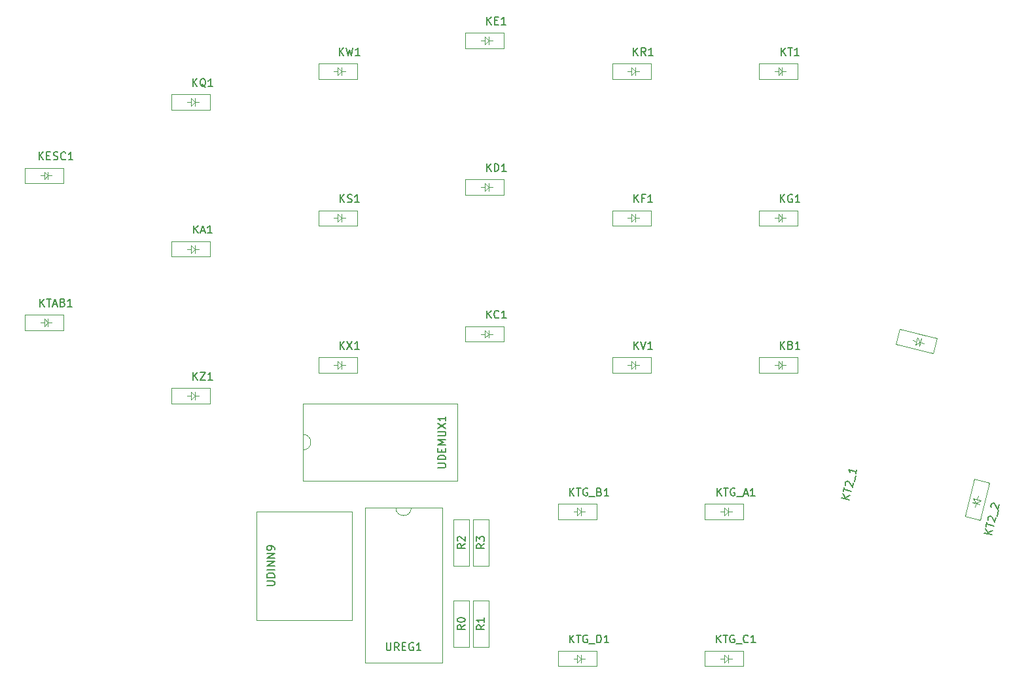
<source format=gbr>
%TF.GenerationSoftware,KiCad,Pcbnew,(5.1.10)-1*%
%TF.CreationDate,2021-08-19T22:28:45-05:00*%
%TF.ProjectId,LeftHand,4c656674-4861-46e6-942e-6b696361645f,rev?*%
%TF.SameCoordinates,Original*%
%TF.FileFunction,Legend,Top*%
%TF.FilePolarity,Positive*%
%FSLAX46Y46*%
G04 Gerber Fmt 4.6, Leading zero omitted, Abs format (unit mm)*
G04 Created by KiCad (PCBNEW (5.1.10)-1) date 2021-08-19 22:28:45*
%MOMM*%
%LPD*%
G01*
G04 APERTURE LIST*
%ADD10C,0.120000*%
%ADD11C,0.150000*%
G04 APERTURE END LIST*
D10*
%TO.C,KX1*%
X63000000Y-70500000D02*
X58000000Y-70500000D01*
X63000000Y-72500000D02*
X63000000Y-70500000D01*
X58000000Y-72500000D02*
X63000000Y-72500000D01*
X58000000Y-70500000D02*
X58000000Y-72500000D01*
X61000000Y-71000000D02*
X61000000Y-72000000D01*
X61000000Y-72000000D02*
X61000000Y-71500000D01*
X61000000Y-71500000D02*
X60500000Y-71000000D01*
X60500000Y-71000000D02*
X60500000Y-72000000D01*
X60500000Y-72000000D02*
X61000000Y-71500000D01*
X61000000Y-71500000D02*
X61500000Y-71500000D01*
X60500000Y-71500000D02*
X60000000Y-71500000D01*
%TO.C,KT2_2*%
X141633924Y-91098569D02*
X143576193Y-91575636D01*
X142826592Y-86242897D02*
X141633924Y-91098569D01*
X144768860Y-86719964D02*
X142826592Y-86242897D01*
X143576193Y-91575636D02*
X144768860Y-86719964D01*
X143567693Y-89514100D02*
X142596558Y-89275567D01*
X142596558Y-89275567D02*
X143082126Y-89394834D01*
X143082126Y-89394834D02*
X143686959Y-89028533D01*
X143686959Y-89028533D02*
X142715825Y-88790000D01*
X142715825Y-88790000D02*
X143082126Y-89394834D01*
X143082126Y-89394834D02*
X142962859Y-89880401D01*
X143201392Y-88909267D02*
X143320659Y-88423699D01*
%TO.C,KT2_1*%
X138022737Y-68072516D02*
X137545670Y-70014785D01*
X137545670Y-70014785D02*
X132689998Y-68822118D01*
X132689998Y-68822118D02*
X133167065Y-66879849D01*
X133167065Y-66879849D02*
X138022737Y-68072516D01*
X135594901Y-67476183D02*
X136566035Y-67714716D01*
X135961201Y-68081017D02*
X135722668Y-69052151D01*
X135722668Y-69052151D02*
X135841934Y-68566584D01*
X135841934Y-68566584D02*
X135475634Y-67961750D01*
X135475634Y-67961750D02*
X135237101Y-68932884D01*
X135237101Y-68932884D02*
X135841934Y-68566584D01*
X136327502Y-68685851D02*
X135841934Y-68566584D01*
X135356367Y-68447317D02*
X134870800Y-68328050D01*
%TO.C,KA1*%
X44000000Y-55500000D02*
X39000000Y-55500000D01*
X44000000Y-57500000D02*
X44000000Y-55500000D01*
X39000000Y-57500000D02*
X44000000Y-57500000D01*
X39000000Y-55500000D02*
X39000000Y-57500000D01*
X42000000Y-56000000D02*
X42000000Y-57000000D01*
X42000000Y-57000000D02*
X42000000Y-56500000D01*
X42000000Y-56500000D02*
X41500000Y-56000000D01*
X41500000Y-56000000D02*
X41500000Y-57000000D01*
X41500000Y-57000000D02*
X42000000Y-56500000D01*
X42000000Y-56500000D02*
X42500000Y-56500000D01*
X41500000Y-56500000D02*
X41000000Y-56500000D01*
%TO.C,KB1*%
X120000000Y-70500000D02*
X115000000Y-70500000D01*
X120000000Y-72500000D02*
X120000000Y-70500000D01*
X115000000Y-72500000D02*
X120000000Y-72500000D01*
X115000000Y-70500000D02*
X115000000Y-72500000D01*
X118000000Y-71000000D02*
X118000000Y-72000000D01*
X118000000Y-72000000D02*
X118000000Y-71500000D01*
X118000000Y-71500000D02*
X117500000Y-71000000D01*
X117500000Y-71000000D02*
X117500000Y-72000000D01*
X117500000Y-72000000D02*
X118000000Y-71500000D01*
X118000000Y-71500000D02*
X118500000Y-71500000D01*
X117500000Y-71500000D02*
X117000000Y-71500000D01*
%TO.C,KC1*%
X82000000Y-66500000D02*
X77000000Y-66500000D01*
X82000000Y-68500000D02*
X82000000Y-66500000D01*
X77000000Y-68500000D02*
X82000000Y-68500000D01*
X77000000Y-66500000D02*
X77000000Y-68500000D01*
X80000000Y-67000000D02*
X80000000Y-68000000D01*
X80000000Y-68000000D02*
X80000000Y-67500000D01*
X80000000Y-67500000D02*
X79500000Y-67000000D01*
X79500000Y-67000000D02*
X79500000Y-68000000D01*
X79500000Y-68000000D02*
X80000000Y-67500000D01*
X80000000Y-67500000D02*
X80500000Y-67500000D01*
X79500000Y-67500000D02*
X79000000Y-67500000D01*
%TO.C,KD1*%
X82000000Y-47500000D02*
X77000000Y-47500000D01*
X82000000Y-49500000D02*
X82000000Y-47500000D01*
X77000000Y-49500000D02*
X82000000Y-49500000D01*
X77000000Y-47500000D02*
X77000000Y-49500000D01*
X80000000Y-48000000D02*
X80000000Y-49000000D01*
X80000000Y-49000000D02*
X80000000Y-48500000D01*
X80000000Y-48500000D02*
X79500000Y-48000000D01*
X79500000Y-48000000D02*
X79500000Y-49000000D01*
X79500000Y-49000000D02*
X80000000Y-48500000D01*
X80000000Y-48500000D02*
X80500000Y-48500000D01*
X79500000Y-48500000D02*
X79000000Y-48500000D01*
%TO.C,KE1*%
X82000000Y-28500000D02*
X77000000Y-28500000D01*
X82000000Y-30500000D02*
X82000000Y-28500000D01*
X77000000Y-30500000D02*
X82000000Y-30500000D01*
X77000000Y-28500000D02*
X77000000Y-30500000D01*
X80000000Y-29000000D02*
X80000000Y-30000000D01*
X80000000Y-30000000D02*
X80000000Y-29500000D01*
X80000000Y-29500000D02*
X79500000Y-29000000D01*
X79500000Y-29000000D02*
X79500000Y-30000000D01*
X79500000Y-30000000D02*
X80000000Y-29500000D01*
X80000000Y-29500000D02*
X80500000Y-29500000D01*
X79500000Y-29500000D02*
X79000000Y-29500000D01*
%TO.C,KESC1*%
X25000000Y-46000000D02*
X20000000Y-46000000D01*
X25000000Y-48000000D02*
X25000000Y-46000000D01*
X20000000Y-48000000D02*
X25000000Y-48000000D01*
X20000000Y-46000000D02*
X20000000Y-48000000D01*
X23000000Y-46500000D02*
X23000000Y-47500000D01*
X23000000Y-47500000D02*
X23000000Y-47000000D01*
X23000000Y-47000000D02*
X22500000Y-46500000D01*
X22500000Y-46500000D02*
X22500000Y-47500000D01*
X22500000Y-47500000D02*
X23000000Y-47000000D01*
X23000000Y-47000000D02*
X23500000Y-47000000D01*
X22500000Y-47000000D02*
X22000000Y-47000000D01*
%TO.C,KF1*%
X101000000Y-51500000D02*
X96000000Y-51500000D01*
X101000000Y-53500000D02*
X101000000Y-51500000D01*
X96000000Y-53500000D02*
X101000000Y-53500000D01*
X96000000Y-51500000D02*
X96000000Y-53500000D01*
X99000000Y-52000000D02*
X99000000Y-53000000D01*
X99000000Y-53000000D02*
X99000000Y-52500000D01*
X99000000Y-52500000D02*
X98500000Y-52000000D01*
X98500000Y-52000000D02*
X98500000Y-53000000D01*
X98500000Y-53000000D02*
X99000000Y-52500000D01*
X99000000Y-52500000D02*
X99500000Y-52500000D01*
X98500000Y-52500000D02*
X98000000Y-52500000D01*
%TO.C,KG1*%
X120000000Y-51500000D02*
X115000000Y-51500000D01*
X120000000Y-53500000D02*
X120000000Y-51500000D01*
X115000000Y-53500000D02*
X120000000Y-53500000D01*
X115000000Y-51500000D02*
X115000000Y-53500000D01*
X118000000Y-52000000D02*
X118000000Y-53000000D01*
X118000000Y-53000000D02*
X118000000Y-52500000D01*
X118000000Y-52500000D02*
X117500000Y-52000000D01*
X117500000Y-52000000D02*
X117500000Y-53000000D01*
X117500000Y-53000000D02*
X118000000Y-52500000D01*
X118000000Y-52500000D02*
X118500000Y-52500000D01*
X117500000Y-52500000D02*
X117000000Y-52500000D01*
%TO.C,KQ1*%
X44000000Y-36500000D02*
X39000000Y-36500000D01*
X44000000Y-38500000D02*
X44000000Y-36500000D01*
X39000000Y-38500000D02*
X44000000Y-38500000D01*
X39000000Y-36500000D02*
X39000000Y-38500000D01*
X42000000Y-37000000D02*
X42000000Y-38000000D01*
X42000000Y-38000000D02*
X42000000Y-37500000D01*
X42000000Y-37500000D02*
X41500000Y-37000000D01*
X41500000Y-37000000D02*
X41500000Y-38000000D01*
X41500000Y-38000000D02*
X42000000Y-37500000D01*
X42000000Y-37500000D02*
X42500000Y-37500000D01*
X41500000Y-37500000D02*
X41000000Y-37500000D01*
%TO.C,KR1*%
X101000000Y-32500000D02*
X96000000Y-32500000D01*
X101000000Y-34500000D02*
X101000000Y-32500000D01*
X96000000Y-34500000D02*
X101000000Y-34500000D01*
X96000000Y-32500000D02*
X96000000Y-34500000D01*
X99000000Y-33000000D02*
X99000000Y-34000000D01*
X99000000Y-34000000D02*
X99000000Y-33500000D01*
X99000000Y-33500000D02*
X98500000Y-33000000D01*
X98500000Y-33000000D02*
X98500000Y-34000000D01*
X98500000Y-34000000D02*
X99000000Y-33500000D01*
X99000000Y-33500000D02*
X99500000Y-33500000D01*
X98500000Y-33500000D02*
X98000000Y-33500000D01*
%TO.C,KS1*%
X63000000Y-51500000D02*
X58000000Y-51500000D01*
X63000000Y-53500000D02*
X63000000Y-51500000D01*
X58000000Y-53500000D02*
X63000000Y-53500000D01*
X58000000Y-51500000D02*
X58000000Y-53500000D01*
X61000000Y-52000000D02*
X61000000Y-53000000D01*
X61000000Y-53000000D02*
X61000000Y-52500000D01*
X61000000Y-52500000D02*
X60500000Y-52000000D01*
X60500000Y-52000000D02*
X60500000Y-53000000D01*
X60500000Y-53000000D02*
X61000000Y-52500000D01*
X61000000Y-52500000D02*
X61500000Y-52500000D01*
X60500000Y-52500000D02*
X60000000Y-52500000D01*
%TO.C,KT1*%
X120000000Y-32500000D02*
X115000000Y-32500000D01*
X120000000Y-34500000D02*
X120000000Y-32500000D01*
X115000000Y-34500000D02*
X120000000Y-34500000D01*
X115000000Y-32500000D02*
X115000000Y-34500000D01*
X118000000Y-33000000D02*
X118000000Y-34000000D01*
X118000000Y-34000000D02*
X118000000Y-33500000D01*
X118000000Y-33500000D02*
X117500000Y-33000000D01*
X117500000Y-33000000D02*
X117500000Y-34000000D01*
X117500000Y-34000000D02*
X118000000Y-33500000D01*
X118000000Y-33500000D02*
X118500000Y-33500000D01*
X117500000Y-33500000D02*
X117000000Y-33500000D01*
%TO.C,KTAB1*%
X25000000Y-65000000D02*
X20000000Y-65000000D01*
X25000000Y-67000000D02*
X25000000Y-65000000D01*
X20000000Y-67000000D02*
X25000000Y-67000000D01*
X20000000Y-65000000D02*
X20000000Y-67000000D01*
X23000000Y-65500000D02*
X23000000Y-66500000D01*
X23000000Y-66500000D02*
X23000000Y-66000000D01*
X23000000Y-66000000D02*
X22500000Y-65500000D01*
X22500000Y-65500000D02*
X22500000Y-66500000D01*
X22500000Y-66500000D02*
X23000000Y-66000000D01*
X23000000Y-66000000D02*
X23500000Y-66000000D01*
X22500000Y-66000000D02*
X22000000Y-66000000D01*
%TO.C,KTG_A1*%
X113000000Y-89500000D02*
X108000000Y-89500000D01*
X113000000Y-91500000D02*
X113000000Y-89500000D01*
X108000000Y-91500000D02*
X113000000Y-91500000D01*
X108000000Y-89500000D02*
X108000000Y-91500000D01*
X111000000Y-90000000D02*
X111000000Y-91000000D01*
X111000000Y-91000000D02*
X111000000Y-90500000D01*
X111000000Y-90500000D02*
X110500000Y-90000000D01*
X110500000Y-90000000D02*
X110500000Y-91000000D01*
X110500000Y-91000000D02*
X111000000Y-90500000D01*
X111000000Y-90500000D02*
X111500000Y-90500000D01*
X110500000Y-90500000D02*
X110000000Y-90500000D01*
%TO.C,KTG_B1*%
X94000000Y-89500000D02*
X89000000Y-89500000D01*
X94000000Y-91500000D02*
X94000000Y-89500000D01*
X89000000Y-91500000D02*
X94000000Y-91500000D01*
X89000000Y-89500000D02*
X89000000Y-91500000D01*
X92000000Y-90000000D02*
X92000000Y-91000000D01*
X92000000Y-91000000D02*
X92000000Y-90500000D01*
X92000000Y-90500000D02*
X91500000Y-90000000D01*
X91500000Y-90000000D02*
X91500000Y-91000000D01*
X91500000Y-91000000D02*
X92000000Y-90500000D01*
X92000000Y-90500000D02*
X92500000Y-90500000D01*
X91500000Y-90500000D02*
X91000000Y-90500000D01*
%TO.C,KTG_C1*%
X113000000Y-108500000D02*
X108000000Y-108500000D01*
X113000000Y-110500000D02*
X113000000Y-108500000D01*
X108000000Y-110500000D02*
X113000000Y-110500000D01*
X108000000Y-108500000D02*
X108000000Y-110500000D01*
X111000000Y-109000000D02*
X111000000Y-110000000D01*
X111000000Y-110000000D02*
X111000000Y-109500000D01*
X111000000Y-109500000D02*
X110500000Y-109000000D01*
X110500000Y-109000000D02*
X110500000Y-110000000D01*
X110500000Y-110000000D02*
X111000000Y-109500000D01*
X111000000Y-109500000D02*
X111500000Y-109500000D01*
X110500000Y-109500000D02*
X110000000Y-109500000D01*
%TO.C,KTG_D1*%
X94000000Y-108500000D02*
X89000000Y-108500000D01*
X94000000Y-110500000D02*
X94000000Y-108500000D01*
X89000000Y-110500000D02*
X94000000Y-110500000D01*
X89000000Y-108500000D02*
X89000000Y-110500000D01*
X92000000Y-109000000D02*
X92000000Y-110000000D01*
X92000000Y-110000000D02*
X92000000Y-109500000D01*
X92000000Y-109500000D02*
X91500000Y-109000000D01*
X91500000Y-109000000D02*
X91500000Y-110000000D01*
X91500000Y-110000000D02*
X92000000Y-109500000D01*
X92000000Y-109500000D02*
X92500000Y-109500000D01*
X91500000Y-109500000D02*
X91000000Y-109500000D01*
%TO.C,KV1*%
X101000000Y-70500000D02*
X96000000Y-70500000D01*
X101000000Y-72500000D02*
X101000000Y-70500000D01*
X96000000Y-72500000D02*
X101000000Y-72500000D01*
X96000000Y-70500000D02*
X96000000Y-72500000D01*
X99000000Y-71000000D02*
X99000000Y-72000000D01*
X99000000Y-72000000D02*
X99000000Y-71500000D01*
X99000000Y-71500000D02*
X98500000Y-71000000D01*
X98500000Y-71000000D02*
X98500000Y-72000000D01*
X98500000Y-72000000D02*
X99000000Y-71500000D01*
X99000000Y-71500000D02*
X99500000Y-71500000D01*
X98500000Y-71500000D02*
X98000000Y-71500000D01*
%TO.C,KW1*%
X63000000Y-32500000D02*
X58000000Y-32500000D01*
X63000000Y-34500000D02*
X63000000Y-32500000D01*
X58000000Y-34500000D02*
X63000000Y-34500000D01*
X58000000Y-32500000D02*
X58000000Y-34500000D01*
X61000000Y-33000000D02*
X61000000Y-34000000D01*
X61000000Y-34000000D02*
X61000000Y-33500000D01*
X61000000Y-33500000D02*
X60500000Y-33000000D01*
X60500000Y-33000000D02*
X60500000Y-34000000D01*
X60500000Y-34000000D02*
X61000000Y-33500000D01*
X61000000Y-33500000D02*
X61500000Y-33500000D01*
X60500000Y-33500000D02*
X60000000Y-33500000D01*
%TO.C,KZ1*%
X44000000Y-74500000D02*
X39000000Y-74500000D01*
X44000000Y-76500000D02*
X44000000Y-74500000D01*
X39000000Y-76500000D02*
X44000000Y-76500000D01*
X39000000Y-74500000D02*
X39000000Y-76500000D01*
X42000000Y-75000000D02*
X42000000Y-76000000D01*
X42000000Y-76000000D02*
X42000000Y-75500000D01*
X42000000Y-75500000D02*
X41500000Y-75000000D01*
X41500000Y-75000000D02*
X41500000Y-76000000D01*
X41500000Y-76000000D02*
X42000000Y-75500000D01*
X42000000Y-75500000D02*
X42500000Y-75500000D01*
X41500000Y-75500000D02*
X41000000Y-75500000D01*
%TO.C,R0*%
X75500000Y-102000000D02*
X75500000Y-108000000D01*
X77500000Y-102000000D02*
X75500000Y-102000000D01*
X77500000Y-108000000D02*
X77500000Y-102000000D01*
X75500000Y-108000000D02*
X77500000Y-108000000D01*
%TO.C,R1*%
X78000000Y-102000000D02*
X78000000Y-108000000D01*
X80000000Y-102000000D02*
X78000000Y-102000000D01*
X80000000Y-108000000D02*
X80000000Y-102000000D01*
X78000000Y-108000000D02*
X80000000Y-108000000D01*
%TO.C,R2*%
X77500000Y-97500000D02*
X77500000Y-91500000D01*
X75500000Y-97500000D02*
X77500000Y-97500000D01*
X75500000Y-91500000D02*
X75500000Y-97500000D01*
X77500000Y-91500000D02*
X75500000Y-91500000D01*
%TO.C,R3*%
X80000000Y-97500000D02*
X80000000Y-91500000D01*
X78000000Y-97500000D02*
X80000000Y-97500000D01*
X78000000Y-91500000D02*
X78000000Y-97500000D01*
X80000000Y-91500000D02*
X78000000Y-91500000D01*
%TO.C,UDEMUX1*%
X76000000Y-86500000D02*
X56000000Y-86500000D01*
X76000000Y-76500000D02*
X76000000Y-86500000D01*
X56000000Y-76500000D02*
X76000000Y-76500000D01*
X56000000Y-86500000D02*
X56000000Y-76500000D01*
X56000000Y-80500000D02*
G75*
G02*
X56000000Y-82500000I0J-1000000D01*
G01*
%TO.C,UDINN9*%
X50000000Y-90500000D02*
X62300000Y-90500000D01*
X62300000Y-90500000D02*
X62300000Y-104500000D01*
X50000000Y-104500000D02*
X62300000Y-104500000D01*
X50000000Y-90500000D02*
X50000000Y-104500000D01*
%TO.C,UREG1*%
X64000000Y-110000000D02*
X64000000Y-90000000D01*
X74000000Y-110000000D02*
X64000000Y-110000000D01*
X74000000Y-90000000D02*
X74000000Y-110000000D01*
X64000000Y-90000000D02*
X74000000Y-90000000D01*
X70000000Y-90000000D02*
G75*
G02*
X68000000Y-90000000I-1000000J0D01*
G01*
%TO.C,KX1*%
D11*
X60785714Y-69452380D02*
X60785714Y-68452380D01*
X61357142Y-69452380D02*
X60928571Y-68880952D01*
X61357142Y-68452380D02*
X60785714Y-69023809D01*
X61690476Y-68452380D02*
X62357142Y-69452380D01*
X62357142Y-68452380D02*
X61690476Y-69452380D01*
X63261904Y-69452380D02*
X62690476Y-69452380D01*
X62976190Y-69452380D02*
X62976190Y-68452380D01*
X62880952Y-68595238D01*
X62785714Y-68690476D01*
X62690476Y-68738095D01*
%TO.C,KT2_2*%
X145120096Y-93474923D02*
X144148961Y-93236389D01*
X145256400Y-92919989D02*
X144599238Y-93199885D01*
X144285266Y-92681455D02*
X144703895Y-93372694D01*
X144353419Y-92403989D02*
X144489723Y-91849055D01*
X145392705Y-92365055D02*
X144421571Y-92126522D01*
X144650365Y-91594305D02*
X144615479Y-91536702D01*
X144591952Y-91432854D01*
X144648746Y-91201632D01*
X144717708Y-91120502D01*
X144775311Y-91085616D01*
X144879159Y-91062089D01*
X144971648Y-91084806D01*
X145099022Y-91165127D01*
X145517651Y-91856366D01*
X145665315Y-91255187D01*
X145803239Y-91092927D02*
X145984979Y-90353015D01*
X145059279Y-89929504D02*
X145024394Y-89871900D01*
X145000867Y-89768053D01*
X145057660Y-89536830D01*
X145126622Y-89455700D01*
X145184225Y-89420814D01*
X145288073Y-89397287D01*
X145380562Y-89420005D01*
X145507937Y-89500325D01*
X145926566Y-90191564D01*
X146074229Y-89590386D01*
%TO.C,KT2_1*%
X126669096Y-88942923D02*
X125697961Y-88704389D01*
X126805400Y-88387989D02*
X126148238Y-88667885D01*
X125834266Y-88149455D02*
X126252895Y-88840694D01*
X125902419Y-87871989D02*
X126038723Y-87317055D01*
X126941705Y-87833055D02*
X125970571Y-87594522D01*
X126199365Y-87062305D02*
X126164479Y-87004702D01*
X126140952Y-86900854D01*
X126197746Y-86669632D01*
X126266708Y-86588502D01*
X126324311Y-86553616D01*
X126428159Y-86530089D01*
X126520648Y-86552806D01*
X126648022Y-86633127D01*
X127066651Y-87324366D01*
X127214315Y-86723187D01*
X127352239Y-86560927D02*
X127533979Y-85821015D01*
X127623229Y-85058386D02*
X127486925Y-85613320D01*
X127555077Y-85335853D02*
X126583943Y-85097319D01*
X126699959Y-85223884D01*
X126769730Y-85339091D01*
X126793257Y-85442939D01*
%TO.C,KA1*%
X41833333Y-54452380D02*
X41833333Y-53452380D01*
X42404761Y-54452380D02*
X41976190Y-53880952D01*
X42404761Y-53452380D02*
X41833333Y-54023809D01*
X42785714Y-54166666D02*
X43261904Y-54166666D01*
X42690476Y-54452380D02*
X43023809Y-53452380D01*
X43357142Y-54452380D01*
X44214285Y-54452380D02*
X43642857Y-54452380D01*
X43928571Y-54452380D02*
X43928571Y-53452380D01*
X43833333Y-53595238D01*
X43738095Y-53690476D01*
X43642857Y-53738095D01*
%TO.C,KB1*%
X117761904Y-69452380D02*
X117761904Y-68452380D01*
X118333333Y-69452380D02*
X117904761Y-68880952D01*
X118333333Y-68452380D02*
X117761904Y-69023809D01*
X119095238Y-68928571D02*
X119238095Y-68976190D01*
X119285714Y-69023809D01*
X119333333Y-69119047D01*
X119333333Y-69261904D01*
X119285714Y-69357142D01*
X119238095Y-69404761D01*
X119142857Y-69452380D01*
X118761904Y-69452380D01*
X118761904Y-68452380D01*
X119095238Y-68452380D01*
X119190476Y-68500000D01*
X119238095Y-68547619D01*
X119285714Y-68642857D01*
X119285714Y-68738095D01*
X119238095Y-68833333D01*
X119190476Y-68880952D01*
X119095238Y-68928571D01*
X118761904Y-68928571D01*
X120285714Y-69452380D02*
X119714285Y-69452380D01*
X120000000Y-69452380D02*
X120000000Y-68452380D01*
X119904761Y-68595238D01*
X119809523Y-68690476D01*
X119714285Y-68738095D01*
%TO.C,KC1*%
X79761904Y-65452380D02*
X79761904Y-64452380D01*
X80333333Y-65452380D02*
X79904761Y-64880952D01*
X80333333Y-64452380D02*
X79761904Y-65023809D01*
X81333333Y-65357142D02*
X81285714Y-65404761D01*
X81142857Y-65452380D01*
X81047619Y-65452380D01*
X80904761Y-65404761D01*
X80809523Y-65309523D01*
X80761904Y-65214285D01*
X80714285Y-65023809D01*
X80714285Y-64880952D01*
X80761904Y-64690476D01*
X80809523Y-64595238D01*
X80904761Y-64500000D01*
X81047619Y-64452380D01*
X81142857Y-64452380D01*
X81285714Y-64500000D01*
X81333333Y-64547619D01*
X82285714Y-65452380D02*
X81714285Y-65452380D01*
X82000000Y-65452380D02*
X82000000Y-64452380D01*
X81904761Y-64595238D01*
X81809523Y-64690476D01*
X81714285Y-64738095D01*
%TO.C,KD1*%
X79761904Y-46452380D02*
X79761904Y-45452380D01*
X80333333Y-46452380D02*
X79904761Y-45880952D01*
X80333333Y-45452380D02*
X79761904Y-46023809D01*
X80761904Y-46452380D02*
X80761904Y-45452380D01*
X81000000Y-45452380D01*
X81142857Y-45500000D01*
X81238095Y-45595238D01*
X81285714Y-45690476D01*
X81333333Y-45880952D01*
X81333333Y-46023809D01*
X81285714Y-46214285D01*
X81238095Y-46309523D01*
X81142857Y-46404761D01*
X81000000Y-46452380D01*
X80761904Y-46452380D01*
X82285714Y-46452380D02*
X81714285Y-46452380D01*
X82000000Y-46452380D02*
X82000000Y-45452380D01*
X81904761Y-45595238D01*
X81809523Y-45690476D01*
X81714285Y-45738095D01*
%TO.C,KE1*%
X79809523Y-27452380D02*
X79809523Y-26452380D01*
X80380952Y-27452380D02*
X79952380Y-26880952D01*
X80380952Y-26452380D02*
X79809523Y-27023809D01*
X80809523Y-26928571D02*
X81142857Y-26928571D01*
X81285714Y-27452380D02*
X80809523Y-27452380D01*
X80809523Y-26452380D01*
X81285714Y-26452380D01*
X82238095Y-27452380D02*
X81666666Y-27452380D01*
X81952380Y-27452380D02*
X81952380Y-26452380D01*
X81857142Y-26595238D01*
X81761904Y-26690476D01*
X81666666Y-26738095D01*
%TO.C,KESC1*%
X21833333Y-44952380D02*
X21833333Y-43952380D01*
X22404761Y-44952380D02*
X21976190Y-44380952D01*
X22404761Y-43952380D02*
X21833333Y-44523809D01*
X22833333Y-44428571D02*
X23166666Y-44428571D01*
X23309523Y-44952380D02*
X22833333Y-44952380D01*
X22833333Y-43952380D01*
X23309523Y-43952380D01*
X23690476Y-44904761D02*
X23833333Y-44952380D01*
X24071428Y-44952380D01*
X24166666Y-44904761D01*
X24214285Y-44857142D01*
X24261904Y-44761904D01*
X24261904Y-44666666D01*
X24214285Y-44571428D01*
X24166666Y-44523809D01*
X24071428Y-44476190D01*
X23880952Y-44428571D01*
X23785714Y-44380952D01*
X23738095Y-44333333D01*
X23690476Y-44238095D01*
X23690476Y-44142857D01*
X23738095Y-44047619D01*
X23785714Y-44000000D01*
X23880952Y-43952380D01*
X24119047Y-43952380D01*
X24261904Y-44000000D01*
X25261904Y-44857142D02*
X25214285Y-44904761D01*
X25071428Y-44952380D01*
X24976190Y-44952380D01*
X24833333Y-44904761D01*
X24738095Y-44809523D01*
X24690476Y-44714285D01*
X24642857Y-44523809D01*
X24642857Y-44380952D01*
X24690476Y-44190476D01*
X24738095Y-44095238D01*
X24833333Y-44000000D01*
X24976190Y-43952380D01*
X25071428Y-43952380D01*
X25214285Y-44000000D01*
X25261904Y-44047619D01*
X26214285Y-44952380D02*
X25642857Y-44952380D01*
X25928571Y-44952380D02*
X25928571Y-43952380D01*
X25833333Y-44095238D01*
X25738095Y-44190476D01*
X25642857Y-44238095D01*
%TO.C,KF1*%
X98833333Y-50452380D02*
X98833333Y-49452380D01*
X99404761Y-50452380D02*
X98976190Y-49880952D01*
X99404761Y-49452380D02*
X98833333Y-50023809D01*
X100166666Y-49928571D02*
X99833333Y-49928571D01*
X99833333Y-50452380D02*
X99833333Y-49452380D01*
X100309523Y-49452380D01*
X101214285Y-50452380D02*
X100642857Y-50452380D01*
X100928571Y-50452380D02*
X100928571Y-49452380D01*
X100833333Y-49595238D01*
X100738095Y-49690476D01*
X100642857Y-49738095D01*
%TO.C,KG1*%
X117761904Y-50452380D02*
X117761904Y-49452380D01*
X118333333Y-50452380D02*
X117904761Y-49880952D01*
X118333333Y-49452380D02*
X117761904Y-50023809D01*
X119285714Y-49500000D02*
X119190476Y-49452380D01*
X119047619Y-49452380D01*
X118904761Y-49500000D01*
X118809523Y-49595238D01*
X118761904Y-49690476D01*
X118714285Y-49880952D01*
X118714285Y-50023809D01*
X118761904Y-50214285D01*
X118809523Y-50309523D01*
X118904761Y-50404761D01*
X119047619Y-50452380D01*
X119142857Y-50452380D01*
X119285714Y-50404761D01*
X119333333Y-50357142D01*
X119333333Y-50023809D01*
X119142857Y-50023809D01*
X120285714Y-50452380D02*
X119714285Y-50452380D01*
X120000000Y-50452380D02*
X120000000Y-49452380D01*
X119904761Y-49595238D01*
X119809523Y-49690476D01*
X119714285Y-49738095D01*
%TO.C,KQ1*%
X41738095Y-35452380D02*
X41738095Y-34452380D01*
X42309523Y-35452380D02*
X41880952Y-34880952D01*
X42309523Y-34452380D02*
X41738095Y-35023809D01*
X43404761Y-35547619D02*
X43309523Y-35500000D01*
X43214285Y-35404761D01*
X43071428Y-35261904D01*
X42976190Y-35214285D01*
X42880952Y-35214285D01*
X42928571Y-35452380D02*
X42833333Y-35404761D01*
X42738095Y-35309523D01*
X42690476Y-35119047D01*
X42690476Y-34785714D01*
X42738095Y-34595238D01*
X42833333Y-34500000D01*
X42928571Y-34452380D01*
X43119047Y-34452380D01*
X43214285Y-34500000D01*
X43309523Y-34595238D01*
X43357142Y-34785714D01*
X43357142Y-35119047D01*
X43309523Y-35309523D01*
X43214285Y-35404761D01*
X43119047Y-35452380D01*
X42928571Y-35452380D01*
X44309523Y-35452380D02*
X43738095Y-35452380D01*
X44023809Y-35452380D02*
X44023809Y-34452380D01*
X43928571Y-34595238D01*
X43833333Y-34690476D01*
X43738095Y-34738095D01*
%TO.C,KR1*%
X98761904Y-31452380D02*
X98761904Y-30452380D01*
X99333333Y-31452380D02*
X98904761Y-30880952D01*
X99333333Y-30452380D02*
X98761904Y-31023809D01*
X100333333Y-31452380D02*
X100000000Y-30976190D01*
X99761904Y-31452380D02*
X99761904Y-30452380D01*
X100142857Y-30452380D01*
X100238095Y-30500000D01*
X100285714Y-30547619D01*
X100333333Y-30642857D01*
X100333333Y-30785714D01*
X100285714Y-30880952D01*
X100238095Y-30928571D01*
X100142857Y-30976190D01*
X99761904Y-30976190D01*
X101285714Y-31452380D02*
X100714285Y-31452380D01*
X101000000Y-31452380D02*
X101000000Y-30452380D01*
X100904761Y-30595238D01*
X100809523Y-30690476D01*
X100714285Y-30738095D01*
%TO.C,KS1*%
X60785714Y-50452380D02*
X60785714Y-49452380D01*
X61357142Y-50452380D02*
X60928571Y-49880952D01*
X61357142Y-49452380D02*
X60785714Y-50023809D01*
X61738095Y-50404761D02*
X61880952Y-50452380D01*
X62119047Y-50452380D01*
X62214285Y-50404761D01*
X62261904Y-50357142D01*
X62309523Y-50261904D01*
X62309523Y-50166666D01*
X62261904Y-50071428D01*
X62214285Y-50023809D01*
X62119047Y-49976190D01*
X61928571Y-49928571D01*
X61833333Y-49880952D01*
X61785714Y-49833333D01*
X61738095Y-49738095D01*
X61738095Y-49642857D01*
X61785714Y-49547619D01*
X61833333Y-49500000D01*
X61928571Y-49452380D01*
X62166666Y-49452380D01*
X62309523Y-49500000D01*
X63261904Y-50452380D02*
X62690476Y-50452380D01*
X62976190Y-50452380D02*
X62976190Y-49452380D01*
X62880952Y-49595238D01*
X62785714Y-49690476D01*
X62690476Y-49738095D01*
%TO.C,KT1*%
X117880952Y-31452380D02*
X117880952Y-30452380D01*
X118452380Y-31452380D02*
X118023809Y-30880952D01*
X118452380Y-30452380D02*
X117880952Y-31023809D01*
X118738095Y-30452380D02*
X119309523Y-30452380D01*
X119023809Y-31452380D02*
X119023809Y-30452380D01*
X120166666Y-31452380D02*
X119595238Y-31452380D01*
X119880952Y-31452380D02*
X119880952Y-30452380D01*
X119785714Y-30595238D01*
X119690476Y-30690476D01*
X119595238Y-30738095D01*
%TO.C,KTAB1*%
X21952380Y-63952380D02*
X21952380Y-62952380D01*
X22523809Y-63952380D02*
X22095238Y-63380952D01*
X22523809Y-62952380D02*
X21952380Y-63523809D01*
X22809523Y-62952380D02*
X23380952Y-62952380D01*
X23095238Y-63952380D02*
X23095238Y-62952380D01*
X23666666Y-63666666D02*
X24142857Y-63666666D01*
X23571428Y-63952380D02*
X23904761Y-62952380D01*
X24238095Y-63952380D01*
X24904761Y-63428571D02*
X25047619Y-63476190D01*
X25095238Y-63523809D01*
X25142857Y-63619047D01*
X25142857Y-63761904D01*
X25095238Y-63857142D01*
X25047619Y-63904761D01*
X24952380Y-63952380D01*
X24571428Y-63952380D01*
X24571428Y-62952380D01*
X24904761Y-62952380D01*
X25000000Y-63000000D01*
X25047619Y-63047619D01*
X25095238Y-63142857D01*
X25095238Y-63238095D01*
X25047619Y-63333333D01*
X25000000Y-63380952D01*
X24904761Y-63428571D01*
X24571428Y-63428571D01*
X26095238Y-63952380D02*
X25523809Y-63952380D01*
X25809523Y-63952380D02*
X25809523Y-62952380D01*
X25714285Y-63095238D01*
X25619047Y-63190476D01*
X25523809Y-63238095D01*
%TO.C,KTG_A1*%
X109571428Y-88452380D02*
X109571428Y-87452380D01*
X110142857Y-88452380D02*
X109714285Y-87880952D01*
X110142857Y-87452380D02*
X109571428Y-88023809D01*
X110428571Y-87452380D02*
X111000000Y-87452380D01*
X110714285Y-88452380D02*
X110714285Y-87452380D01*
X111857142Y-87500000D02*
X111761904Y-87452380D01*
X111619047Y-87452380D01*
X111476190Y-87500000D01*
X111380952Y-87595238D01*
X111333333Y-87690476D01*
X111285714Y-87880952D01*
X111285714Y-88023809D01*
X111333333Y-88214285D01*
X111380952Y-88309523D01*
X111476190Y-88404761D01*
X111619047Y-88452380D01*
X111714285Y-88452380D01*
X111857142Y-88404761D01*
X111904761Y-88357142D01*
X111904761Y-88023809D01*
X111714285Y-88023809D01*
X112095238Y-88547619D02*
X112857142Y-88547619D01*
X113047619Y-88166666D02*
X113523809Y-88166666D01*
X112952380Y-88452380D02*
X113285714Y-87452380D01*
X113619047Y-88452380D01*
X114476190Y-88452380D02*
X113904761Y-88452380D01*
X114190476Y-88452380D02*
X114190476Y-87452380D01*
X114095238Y-87595238D01*
X114000000Y-87690476D01*
X113904761Y-87738095D01*
%TO.C,KTG_B1*%
X90500000Y-88452380D02*
X90500000Y-87452380D01*
X91071428Y-88452380D02*
X90642857Y-87880952D01*
X91071428Y-87452380D02*
X90500000Y-88023809D01*
X91357142Y-87452380D02*
X91928571Y-87452380D01*
X91642857Y-88452380D02*
X91642857Y-87452380D01*
X92785714Y-87500000D02*
X92690476Y-87452380D01*
X92547619Y-87452380D01*
X92404761Y-87500000D01*
X92309523Y-87595238D01*
X92261904Y-87690476D01*
X92214285Y-87880952D01*
X92214285Y-88023809D01*
X92261904Y-88214285D01*
X92309523Y-88309523D01*
X92404761Y-88404761D01*
X92547619Y-88452380D01*
X92642857Y-88452380D01*
X92785714Y-88404761D01*
X92833333Y-88357142D01*
X92833333Y-88023809D01*
X92642857Y-88023809D01*
X93023809Y-88547619D02*
X93785714Y-88547619D01*
X94357142Y-87928571D02*
X94500000Y-87976190D01*
X94547619Y-88023809D01*
X94595238Y-88119047D01*
X94595238Y-88261904D01*
X94547619Y-88357142D01*
X94500000Y-88404761D01*
X94404761Y-88452380D01*
X94023809Y-88452380D01*
X94023809Y-87452380D01*
X94357142Y-87452380D01*
X94452380Y-87500000D01*
X94500000Y-87547619D01*
X94547619Y-87642857D01*
X94547619Y-87738095D01*
X94500000Y-87833333D01*
X94452380Y-87880952D01*
X94357142Y-87928571D01*
X94023809Y-87928571D01*
X95547619Y-88452380D02*
X94976190Y-88452380D01*
X95261904Y-88452380D02*
X95261904Y-87452380D01*
X95166666Y-87595238D01*
X95071428Y-87690476D01*
X94976190Y-87738095D01*
%TO.C,KTG_C1*%
X109500000Y-107452380D02*
X109500000Y-106452380D01*
X110071428Y-107452380D02*
X109642857Y-106880952D01*
X110071428Y-106452380D02*
X109500000Y-107023809D01*
X110357142Y-106452380D02*
X110928571Y-106452380D01*
X110642857Y-107452380D02*
X110642857Y-106452380D01*
X111785714Y-106500000D02*
X111690476Y-106452380D01*
X111547619Y-106452380D01*
X111404761Y-106500000D01*
X111309523Y-106595238D01*
X111261904Y-106690476D01*
X111214285Y-106880952D01*
X111214285Y-107023809D01*
X111261904Y-107214285D01*
X111309523Y-107309523D01*
X111404761Y-107404761D01*
X111547619Y-107452380D01*
X111642857Y-107452380D01*
X111785714Y-107404761D01*
X111833333Y-107357142D01*
X111833333Y-107023809D01*
X111642857Y-107023809D01*
X112023809Y-107547619D02*
X112785714Y-107547619D01*
X113595238Y-107357142D02*
X113547619Y-107404761D01*
X113404761Y-107452380D01*
X113309523Y-107452380D01*
X113166666Y-107404761D01*
X113071428Y-107309523D01*
X113023809Y-107214285D01*
X112976190Y-107023809D01*
X112976190Y-106880952D01*
X113023809Y-106690476D01*
X113071428Y-106595238D01*
X113166666Y-106500000D01*
X113309523Y-106452380D01*
X113404761Y-106452380D01*
X113547619Y-106500000D01*
X113595238Y-106547619D01*
X114547619Y-107452380D02*
X113976190Y-107452380D01*
X114261904Y-107452380D02*
X114261904Y-106452380D01*
X114166666Y-106595238D01*
X114071428Y-106690476D01*
X113976190Y-106738095D01*
%TO.C,KTG_D1*%
X90500000Y-107452380D02*
X90500000Y-106452380D01*
X91071428Y-107452380D02*
X90642857Y-106880952D01*
X91071428Y-106452380D02*
X90500000Y-107023809D01*
X91357142Y-106452380D02*
X91928571Y-106452380D01*
X91642857Y-107452380D02*
X91642857Y-106452380D01*
X92785714Y-106500000D02*
X92690476Y-106452380D01*
X92547619Y-106452380D01*
X92404761Y-106500000D01*
X92309523Y-106595238D01*
X92261904Y-106690476D01*
X92214285Y-106880952D01*
X92214285Y-107023809D01*
X92261904Y-107214285D01*
X92309523Y-107309523D01*
X92404761Y-107404761D01*
X92547619Y-107452380D01*
X92642857Y-107452380D01*
X92785714Y-107404761D01*
X92833333Y-107357142D01*
X92833333Y-107023809D01*
X92642857Y-107023809D01*
X93023809Y-107547619D02*
X93785714Y-107547619D01*
X94023809Y-107452380D02*
X94023809Y-106452380D01*
X94261904Y-106452380D01*
X94404761Y-106500000D01*
X94500000Y-106595238D01*
X94547619Y-106690476D01*
X94595238Y-106880952D01*
X94595238Y-107023809D01*
X94547619Y-107214285D01*
X94500000Y-107309523D01*
X94404761Y-107404761D01*
X94261904Y-107452380D01*
X94023809Y-107452380D01*
X95547619Y-107452380D02*
X94976190Y-107452380D01*
X95261904Y-107452380D02*
X95261904Y-106452380D01*
X95166666Y-106595238D01*
X95071428Y-106690476D01*
X94976190Y-106738095D01*
%TO.C,KV1*%
X98833333Y-69452380D02*
X98833333Y-68452380D01*
X99404761Y-69452380D02*
X98976190Y-68880952D01*
X99404761Y-68452380D02*
X98833333Y-69023809D01*
X99690476Y-68452380D02*
X100023809Y-69452380D01*
X100357142Y-68452380D01*
X101214285Y-69452380D02*
X100642857Y-69452380D01*
X100928571Y-69452380D02*
X100928571Y-68452380D01*
X100833333Y-68595238D01*
X100738095Y-68690476D01*
X100642857Y-68738095D01*
%TO.C,KW1*%
X60690476Y-31452380D02*
X60690476Y-30452380D01*
X61261904Y-31452380D02*
X60833333Y-30880952D01*
X61261904Y-30452380D02*
X60690476Y-31023809D01*
X61595238Y-30452380D02*
X61833333Y-31452380D01*
X62023809Y-30738095D01*
X62214285Y-31452380D01*
X62452380Y-30452380D01*
X63357142Y-31452380D02*
X62785714Y-31452380D01*
X63071428Y-31452380D02*
X63071428Y-30452380D01*
X62976190Y-30595238D01*
X62880952Y-30690476D01*
X62785714Y-30738095D01*
%TO.C,KZ1*%
X41785714Y-73452380D02*
X41785714Y-72452380D01*
X42357142Y-73452380D02*
X41928571Y-72880952D01*
X42357142Y-72452380D02*
X41785714Y-73023809D01*
X42690476Y-72452380D02*
X43357142Y-72452380D01*
X42690476Y-73452380D01*
X43357142Y-73452380D01*
X44261904Y-73452380D02*
X43690476Y-73452380D01*
X43976190Y-73452380D02*
X43976190Y-72452380D01*
X43880952Y-72595238D01*
X43785714Y-72690476D01*
X43690476Y-72738095D01*
%TO.C,R0*%
X76952380Y-105166666D02*
X76476190Y-105500000D01*
X76952380Y-105738095D02*
X75952380Y-105738095D01*
X75952380Y-105357142D01*
X76000000Y-105261904D01*
X76047619Y-105214285D01*
X76142857Y-105166666D01*
X76285714Y-105166666D01*
X76380952Y-105214285D01*
X76428571Y-105261904D01*
X76476190Y-105357142D01*
X76476190Y-105738095D01*
X75952380Y-104547619D02*
X75952380Y-104452380D01*
X76000000Y-104357142D01*
X76047619Y-104309523D01*
X76142857Y-104261904D01*
X76333333Y-104214285D01*
X76571428Y-104214285D01*
X76761904Y-104261904D01*
X76857142Y-104309523D01*
X76904761Y-104357142D01*
X76952380Y-104452380D01*
X76952380Y-104547619D01*
X76904761Y-104642857D01*
X76857142Y-104690476D01*
X76761904Y-104738095D01*
X76571428Y-104785714D01*
X76333333Y-104785714D01*
X76142857Y-104738095D01*
X76047619Y-104690476D01*
X76000000Y-104642857D01*
X75952380Y-104547619D01*
%TO.C,R1*%
X79452380Y-105166666D02*
X78976190Y-105500000D01*
X79452380Y-105738095D02*
X78452380Y-105738095D01*
X78452380Y-105357142D01*
X78500000Y-105261904D01*
X78547619Y-105214285D01*
X78642857Y-105166666D01*
X78785714Y-105166666D01*
X78880952Y-105214285D01*
X78928571Y-105261904D01*
X78976190Y-105357142D01*
X78976190Y-105738095D01*
X79452380Y-104214285D02*
X79452380Y-104785714D01*
X79452380Y-104500000D02*
X78452380Y-104500000D01*
X78595238Y-104595238D01*
X78690476Y-104690476D01*
X78738095Y-104785714D01*
%TO.C,R2*%
X76952380Y-94666666D02*
X76476190Y-95000000D01*
X76952380Y-95238095D02*
X75952380Y-95238095D01*
X75952380Y-94857142D01*
X76000000Y-94761904D01*
X76047619Y-94714285D01*
X76142857Y-94666666D01*
X76285714Y-94666666D01*
X76380952Y-94714285D01*
X76428571Y-94761904D01*
X76476190Y-94857142D01*
X76476190Y-95238095D01*
X76047619Y-94285714D02*
X76000000Y-94238095D01*
X75952380Y-94142857D01*
X75952380Y-93904761D01*
X76000000Y-93809523D01*
X76047619Y-93761904D01*
X76142857Y-93714285D01*
X76238095Y-93714285D01*
X76380952Y-93761904D01*
X76952380Y-94333333D01*
X76952380Y-93714285D01*
%TO.C,R3*%
X79452380Y-94666666D02*
X78976190Y-95000000D01*
X79452380Y-95238095D02*
X78452380Y-95238095D01*
X78452380Y-94857142D01*
X78500000Y-94761904D01*
X78547619Y-94714285D01*
X78642857Y-94666666D01*
X78785714Y-94666666D01*
X78880952Y-94714285D01*
X78928571Y-94761904D01*
X78976190Y-94857142D01*
X78976190Y-95238095D01*
X78452380Y-94333333D02*
X78452380Y-93714285D01*
X78833333Y-94047619D01*
X78833333Y-93904761D01*
X78880952Y-93809523D01*
X78928571Y-93761904D01*
X79023809Y-93714285D01*
X79261904Y-93714285D01*
X79357142Y-93761904D01*
X79404761Y-93809523D01*
X79452380Y-93904761D01*
X79452380Y-94190476D01*
X79404761Y-94285714D01*
X79357142Y-94333333D01*
%TO.C,UDEMUX1*%
X73452380Y-84785714D02*
X74261904Y-84785714D01*
X74357142Y-84738095D01*
X74404761Y-84690476D01*
X74452380Y-84595238D01*
X74452380Y-84404761D01*
X74404761Y-84309523D01*
X74357142Y-84261904D01*
X74261904Y-84214285D01*
X73452380Y-84214285D01*
X74452380Y-83738095D02*
X73452380Y-83738095D01*
X73452380Y-83500000D01*
X73500000Y-83357142D01*
X73595238Y-83261904D01*
X73690476Y-83214285D01*
X73880952Y-83166666D01*
X74023809Y-83166666D01*
X74214285Y-83214285D01*
X74309523Y-83261904D01*
X74404761Y-83357142D01*
X74452380Y-83500000D01*
X74452380Y-83738095D01*
X73928571Y-82738095D02*
X73928571Y-82404761D01*
X74452380Y-82261904D02*
X74452380Y-82738095D01*
X73452380Y-82738095D01*
X73452380Y-82261904D01*
X74452380Y-81833333D02*
X73452380Y-81833333D01*
X74166666Y-81500000D01*
X73452380Y-81166666D01*
X74452380Y-81166666D01*
X73452380Y-80690476D02*
X74261904Y-80690476D01*
X74357142Y-80642857D01*
X74404761Y-80595238D01*
X74452380Y-80500000D01*
X74452380Y-80309523D01*
X74404761Y-80214285D01*
X74357142Y-80166666D01*
X74261904Y-80119047D01*
X73452380Y-80119047D01*
X73452380Y-79738095D02*
X74452380Y-79071428D01*
X73452380Y-79071428D02*
X74452380Y-79738095D01*
X74452380Y-78166666D02*
X74452380Y-78738095D01*
X74452380Y-78452380D02*
X73452380Y-78452380D01*
X73595238Y-78547619D01*
X73690476Y-78642857D01*
X73738095Y-78738095D01*
%TO.C,UDINN9*%
X51302380Y-100047619D02*
X52111904Y-100047619D01*
X52207142Y-100000000D01*
X52254761Y-99952380D01*
X52302380Y-99857142D01*
X52302380Y-99666666D01*
X52254761Y-99571428D01*
X52207142Y-99523809D01*
X52111904Y-99476190D01*
X51302380Y-99476190D01*
X52302380Y-99000000D02*
X51302380Y-99000000D01*
X51302380Y-98761904D01*
X51350000Y-98619047D01*
X51445238Y-98523809D01*
X51540476Y-98476190D01*
X51730952Y-98428571D01*
X51873809Y-98428571D01*
X52064285Y-98476190D01*
X52159523Y-98523809D01*
X52254761Y-98619047D01*
X52302380Y-98761904D01*
X52302380Y-99000000D01*
X52302380Y-98000000D02*
X51302380Y-98000000D01*
X52302380Y-97523809D02*
X51302380Y-97523809D01*
X52302380Y-96952380D01*
X51302380Y-96952380D01*
X52302380Y-96476190D02*
X51302380Y-96476190D01*
X52302380Y-95904761D01*
X51302380Y-95904761D01*
X52302380Y-95380952D02*
X52302380Y-95190476D01*
X52254761Y-95095238D01*
X52207142Y-95047619D01*
X52064285Y-94952380D01*
X51873809Y-94904761D01*
X51492857Y-94904761D01*
X51397619Y-94952380D01*
X51350000Y-95000000D01*
X51302380Y-95095238D01*
X51302380Y-95285714D01*
X51350000Y-95380952D01*
X51397619Y-95428571D01*
X51492857Y-95476190D01*
X51730952Y-95476190D01*
X51826190Y-95428571D01*
X51873809Y-95380952D01*
X51921428Y-95285714D01*
X51921428Y-95095238D01*
X51873809Y-95000000D01*
X51826190Y-94952380D01*
X51730952Y-94904761D01*
%TO.C,UREG1*%
X66785714Y-107452380D02*
X66785714Y-108261904D01*
X66833333Y-108357142D01*
X66880952Y-108404761D01*
X66976190Y-108452380D01*
X67166666Y-108452380D01*
X67261904Y-108404761D01*
X67309523Y-108357142D01*
X67357142Y-108261904D01*
X67357142Y-107452380D01*
X68404761Y-108452380D02*
X68071428Y-107976190D01*
X67833333Y-108452380D02*
X67833333Y-107452380D01*
X68214285Y-107452380D01*
X68309523Y-107500000D01*
X68357142Y-107547619D01*
X68404761Y-107642857D01*
X68404761Y-107785714D01*
X68357142Y-107880952D01*
X68309523Y-107928571D01*
X68214285Y-107976190D01*
X67833333Y-107976190D01*
X68833333Y-107928571D02*
X69166666Y-107928571D01*
X69309523Y-108452380D02*
X68833333Y-108452380D01*
X68833333Y-107452380D01*
X69309523Y-107452380D01*
X70261904Y-107500000D02*
X70166666Y-107452380D01*
X70023809Y-107452380D01*
X69880952Y-107500000D01*
X69785714Y-107595238D01*
X69738095Y-107690476D01*
X69690476Y-107880952D01*
X69690476Y-108023809D01*
X69738095Y-108214285D01*
X69785714Y-108309523D01*
X69880952Y-108404761D01*
X70023809Y-108452380D01*
X70119047Y-108452380D01*
X70261904Y-108404761D01*
X70309523Y-108357142D01*
X70309523Y-108023809D01*
X70119047Y-108023809D01*
X71261904Y-108452380D02*
X70690476Y-108452380D01*
X70976190Y-108452380D02*
X70976190Y-107452380D01*
X70880952Y-107595238D01*
X70785714Y-107690476D01*
X70690476Y-107738095D01*
%TD*%
M02*

</source>
